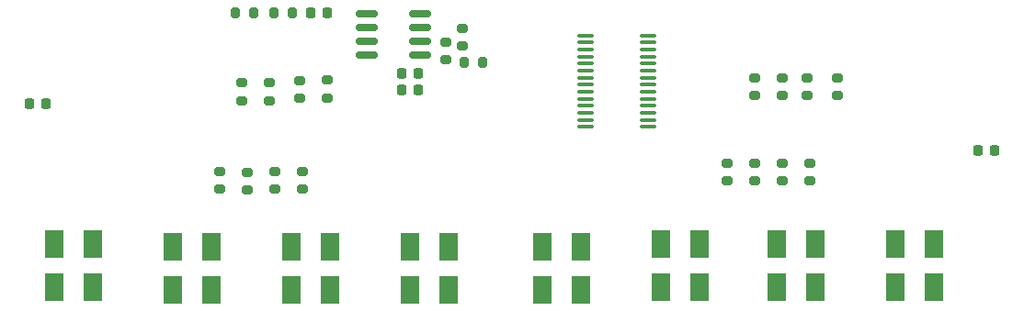
<source format=gbp>
G04 #@! TF.GenerationSoftware,KiCad,Pcbnew,(6.0.0)*
G04 #@! TF.CreationDate,2022-12-27T21:59:09-05:00*
G04 #@! TF.ProjectId,i2c BTS7960,69326320-4254-4533-9739-36302e6b6963,rev?*
G04 #@! TF.SameCoordinates,Original*
G04 #@! TF.FileFunction,Paste,Bot*
G04 #@! TF.FilePolarity,Positive*
%FSLAX46Y46*%
G04 Gerber Fmt 4.6, Leading zero omitted, Abs format (unit mm)*
G04 Created by KiCad (PCBNEW (6.0.0)) date 2022-12-27 21:59:09*
%MOMM*%
%LPD*%
G01*
G04 APERTURE LIST*
G04 Aperture macros list*
%AMRoundRect*
0 Rectangle with rounded corners*
0 $1 Rounding radius*
0 $2 $3 $4 $5 $6 $7 $8 $9 X,Y pos of 4 corners*
0 Add a 4 corners polygon primitive as box body*
4,1,4,$2,$3,$4,$5,$6,$7,$8,$9,$2,$3,0*
0 Add four circle primitives for the rounded corners*
1,1,$1+$1,$2,$3*
1,1,$1+$1,$4,$5*
1,1,$1+$1,$6,$7*
1,1,$1+$1,$8,$9*
0 Add four rect primitives between the rounded corners*
20,1,$1+$1,$2,$3,$4,$5,0*
20,1,$1+$1,$4,$5,$6,$7,0*
20,1,$1+$1,$6,$7,$8,$9,0*
20,1,$1+$1,$8,$9,$2,$3,0*%
G04 Aperture macros list end*
%ADD10RoundRect,0.200000X-0.275000X0.200000X-0.275000X-0.200000X0.275000X-0.200000X0.275000X0.200000X0*%
%ADD11R,1.800000X2.500000*%
%ADD12RoundRect,0.150000X-0.825000X-0.150000X0.825000X-0.150000X0.825000X0.150000X-0.825000X0.150000X0*%
%ADD13RoundRect,0.200000X-0.200000X-0.275000X0.200000X-0.275000X0.200000X0.275000X-0.200000X0.275000X0*%
%ADD14RoundRect,0.225000X0.225000X0.250000X-0.225000X0.250000X-0.225000X-0.250000X0.225000X-0.250000X0*%
%ADD15RoundRect,0.100000X0.637500X0.100000X-0.637500X0.100000X-0.637500X-0.100000X0.637500X-0.100000X0*%
%ADD16RoundRect,0.225000X-0.225000X-0.250000X0.225000X-0.250000X0.225000X0.250000X-0.225000X0.250000X0*%
%ADD17RoundRect,0.200000X0.275000X-0.200000X0.275000X0.200000X-0.275000X0.200000X-0.275000X-0.200000X0*%
%ADD18RoundRect,0.200000X0.200000X0.275000X-0.200000X0.275000X-0.200000X-0.275000X0.200000X-0.275000X0*%
G04 APERTURE END LIST*
D10*
X176022000Y-97981000D03*
X176022000Y-99631000D03*
D11*
X131826000Y-105696000D03*
X131826000Y-109696000D03*
D12*
X135193000Y-88011000D03*
X135193000Y-86741000D03*
X135193000Y-85471000D03*
X135193000Y-84201000D03*
X140143000Y-84201000D03*
X140143000Y-85471000D03*
X140143000Y-86741000D03*
X140143000Y-88011000D03*
D13*
X126683000Y-84074000D03*
X128333000Y-84074000D03*
D11*
X162306000Y-109442000D03*
X162306000Y-105442000D03*
X154940000Y-105696000D03*
X154940000Y-109696000D03*
D13*
X123127000Y-84074000D03*
X124777000Y-84074000D03*
D14*
X139967000Y-89662000D03*
X138417000Y-89662000D03*
D10*
X121666000Y-98743000D03*
X121666000Y-100393000D03*
D11*
X183896000Y-109442000D03*
X183896000Y-105442000D03*
D15*
X161104500Y-86199000D03*
X161104500Y-86849000D03*
X161104500Y-87499000D03*
X161104500Y-88149000D03*
X161104500Y-88799000D03*
X161104500Y-89449000D03*
X161104500Y-90099000D03*
X161104500Y-90749000D03*
X161104500Y-91399000D03*
X161104500Y-92049000D03*
X161104500Y-92699000D03*
X161104500Y-93349000D03*
X161104500Y-93999000D03*
X161104500Y-94649000D03*
X155379500Y-94649000D03*
X155379500Y-93999000D03*
X155379500Y-93349000D03*
X155379500Y-92699000D03*
X155379500Y-92049000D03*
X155379500Y-91399000D03*
X155379500Y-90749000D03*
X155379500Y-90099000D03*
X155379500Y-89449000D03*
X155379500Y-88799000D03*
X155379500Y-88149000D03*
X155379500Y-87499000D03*
X155379500Y-86849000D03*
X155379500Y-86199000D03*
D11*
X120904000Y-105696000D03*
X120904000Y-109696000D03*
X142748000Y-105696000D03*
X142748000Y-109696000D03*
D16*
X130035000Y-84074000D03*
X131585000Y-84074000D03*
D11*
X109982000Y-105442000D03*
X109982000Y-109442000D03*
X176530000Y-105442000D03*
X176530000Y-109442000D03*
X139192000Y-109696000D03*
X139192000Y-105696000D03*
D17*
X123698000Y-92202000D03*
X123698000Y-90552000D03*
D16*
X191503000Y-96774000D03*
X193053000Y-96774000D03*
D11*
X165862000Y-105442000D03*
X165862000Y-109442000D03*
X117348000Y-109696000D03*
X117348000Y-105696000D03*
D10*
X173482000Y-97981000D03*
X173482000Y-99631000D03*
D16*
X104127000Y-92456000D03*
X105677000Y-92456000D03*
D17*
X129032000Y-92011000D03*
X129032000Y-90361000D03*
D11*
X128270000Y-109696000D03*
X128270000Y-105696000D03*
X172974000Y-109442000D03*
X172974000Y-105442000D03*
D17*
X173482000Y-91757000D03*
X173482000Y-90107000D03*
X126238000Y-92202000D03*
X126238000Y-90552000D03*
D11*
X151384000Y-109696000D03*
X151384000Y-105696000D03*
D17*
X175768000Y-91757000D03*
X175768000Y-90107000D03*
D18*
X145859000Y-88646000D03*
X144209000Y-88646000D03*
D17*
X131572000Y-91948000D03*
X131572000Y-90298000D03*
D10*
X124206000Y-98806000D03*
X124206000Y-100456000D03*
X129286000Y-98743000D03*
X129286000Y-100393000D03*
X170942000Y-97981000D03*
X170942000Y-99631000D03*
X142494000Y-86805000D03*
X142494000Y-88455000D03*
X144018000Y-85535000D03*
X144018000Y-87185000D03*
D17*
X178562000Y-91757000D03*
X178562000Y-90107000D03*
D10*
X168402000Y-97981000D03*
X168402000Y-99631000D03*
D11*
X187452000Y-105442000D03*
X187452000Y-109442000D03*
X106426000Y-109442000D03*
X106426000Y-105442000D03*
D17*
X170942000Y-91757000D03*
X170942000Y-90107000D03*
D14*
X139967000Y-91186000D03*
X138417000Y-91186000D03*
D10*
X126746000Y-98743000D03*
X126746000Y-100393000D03*
M02*

</source>
